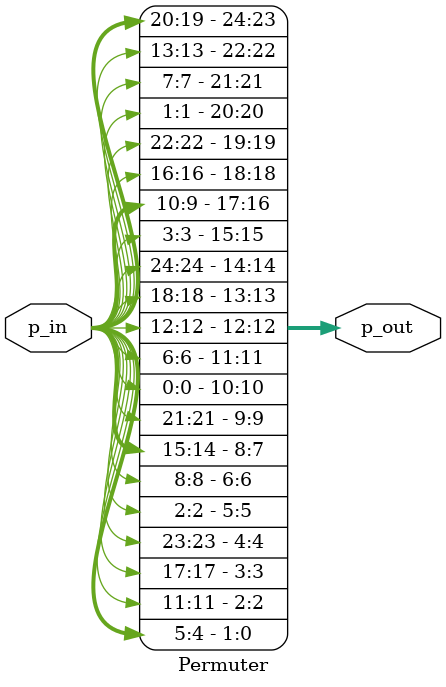
<source format=v>
`timescale 1ns/1ns
module Permuter (
    p_in,

    p_out
);

    input [24:0] p_in;

    output [24:0] p_out;

    genvar i, j;

    generate 
        for(j = 0; j < 5; j=j+1)
            for(i = 0; i < 5; i=i+1)
                assign p_out[(((j+3)%5)+2)%5 + 5*(((2*(i+3)%5 + 3*(j+3)%5)+2)%5)] = p_in[i+5*j];
    endgenerate
    
endmodule

</source>
